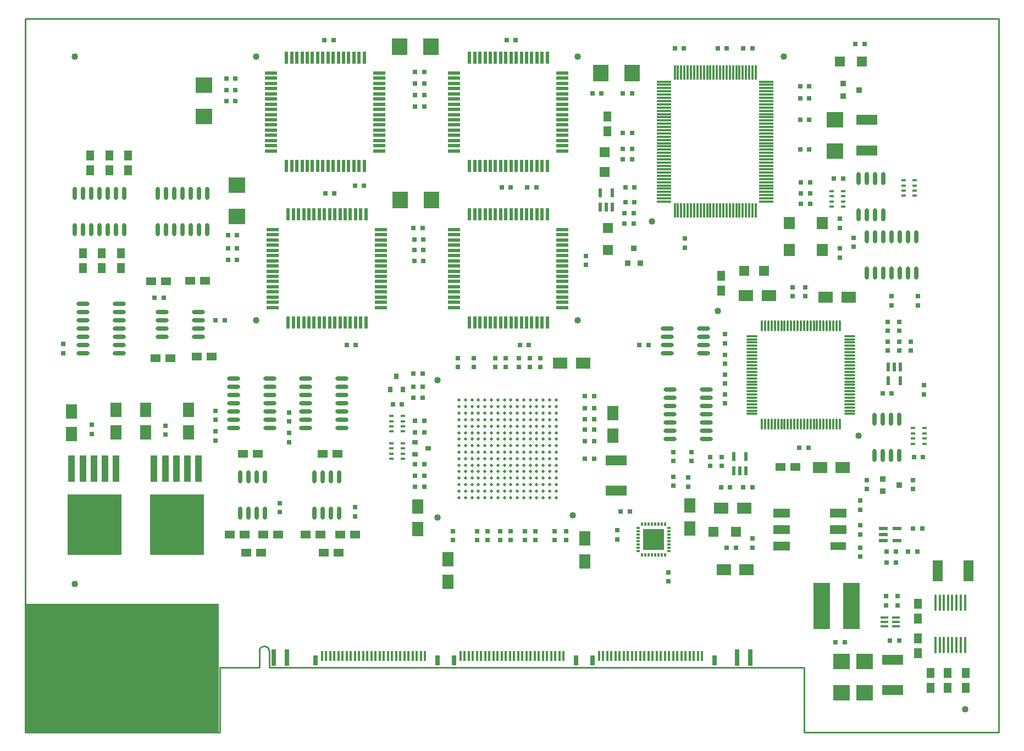
<source format=gtp>
%FSLAX23Y23*%
%MOIN*%
G70*
G01*
G75*
G04 Layer_Color=8421504*
%ADD10C,0.040*%
%ADD11R,0.030X0.030*%
%ADD12R,0.037X0.035*%
%ADD13R,0.037X0.035*%
%ADD14R,0.075X0.020*%
%ADD15R,0.020X0.075*%
%ADD16R,0.330X0.370*%
%ADD17R,0.040X0.160*%
%ADD18R,0.090X0.012*%
%ADD19R,0.012X0.090*%
%ADD20R,0.031X0.060*%
%ADD21R,0.014X0.060*%
%ADD22R,0.030X0.100*%
%ADD23O,0.080X0.024*%
%ADD24O,0.024X0.080*%
%ADD25R,0.070X0.078*%
%ADD26R,0.063X0.063*%
%ADD27R,0.035X0.037*%
%ADD28R,0.035X0.037*%
%ADD29R,0.015X0.100*%
%ADD30O,0.015X0.100*%
%ADD31R,0.098X0.051*%
%ADD32R,0.100X0.052*%
%ADD33R,0.128X0.128*%
%ADD34R,0.020X0.012*%
%ADD35R,0.012X0.020*%
%ADD36R,0.085X0.071*%
%ADD37R,0.071X0.085*%
%ADD38R,0.030X0.030*%
%ADD39R,0.125X0.060*%
%ADD40R,0.030X0.037*%
%ADD41R,0.060X0.050*%
%ADD42R,0.037X0.030*%
%ADD43R,0.050X0.060*%
%ADD44R,0.100X0.095*%
%ADD45R,0.060X0.060*%
%ADD46R,0.060X0.125*%
%ADD47R,0.028X0.017*%
%ADD48R,0.095X0.100*%
%ADD49R,0.063X0.063*%
%ADD50R,0.060X0.060*%
%ADD51O,0.071X0.012*%
%ADD52O,0.012X0.071*%
%ADD53R,0.100X0.280*%
%ADD54R,0.045X0.014*%
%ADD55R,0.057X0.022*%
%ADD56R,0.057X0.022*%
%ADD57R,0.022X0.057*%
%ADD58R,0.022X0.057*%
%ADD59C,0.019*%
%ADD60R,1.170X0.780*%
%ADD61C,0.006*%
%ADD62C,0.008*%
%ADD63C,0.020*%
%ADD64C,0.010*%
%ADD65C,0.015*%
%ADD66C,0.050*%
%ADD67C,0.062*%
%ADD68R,0.062X0.062*%
%ADD69C,0.128*%
%ADD70C,0.236*%
%ADD71C,0.025*%
%ADD72C,0.020*%
%ADD73C,0.040*%
G04:AMPARAMS|DCode=74|XSize=85mil|YSize=85mil|CornerRadius=0mil|HoleSize=0mil|Usage=FLASHONLY|Rotation=0.000|XOffset=0mil|YOffset=0mil|HoleType=Round|Shape=Relief|Width=10mil|Gap=10mil|Entries=4|*
%AMTHD74*
7,0,0,0.085,0.065,0.010,45*
%
%ADD74THD74*%
%ADD75C,0.082*%
%ADD76C,0.132*%
G04:AMPARAMS|DCode=77|XSize=102mil|YSize=102mil|CornerRadius=0mil|HoleSize=0mil|Usage=FLASHONLY|Rotation=0.000|XOffset=0mil|YOffset=0mil|HoleType=Round|Shape=Relief|Width=10mil|Gap=10mil|Entries=4|*
%AMTHD77*
7,0,0,0.102,0.082,0.010,45*
%
%ADD77THD77*%
%ADD78C,0.065*%
G04:AMPARAMS|DCode=79|XSize=178mil|YSize=178mil|CornerRadius=0mil|HoleSize=0mil|Usage=FLASHONLY|Rotation=0.000|XOffset=0mil|YOffset=0mil|HoleType=Round|Shape=Relief|Width=10mil|Gap=10mil|Entries=4|*
%AMTHD79*
7,0,0,0.178,0.158,0.010,45*
%
%ADD79THD79*%
G04:AMPARAMS|DCode=80|XSize=96mil|YSize=96mil|CornerRadius=0mil|HoleSize=0mil|Usage=FLASHONLY|Rotation=0.000|XOffset=0mil|YOffset=0mil|HoleType=Round|Shape=Relief|Width=10mil|Gap=10mil|Entries=4|*
%AMTHD80*
7,0,0,0.096,0.076,0.010,45*
%
%ADD80THD80*%
%ADD81C,0.035*%
%ADD82C,0.030*%
%ADD83C,0.158*%
%ADD84C,0.076*%
%ADD85R,0.016X0.085*%
%ADD86R,0.707X0.020*%
%ADD87C,0.009*%
%ADD88C,0.010*%
%ADD89C,0.012*%
%ADD90C,0.024*%
%ADD91C,0.004*%
%ADD92C,0.008*%
%ADD93C,0.005*%
%ADD94R,0.350X0.200*%
D10*
X5700Y140D02*
D03*
X300Y900D02*
D03*
X1400Y4100D02*
D03*
X3350D02*
D03*
X1400Y2500D02*
D03*
X3350D02*
D03*
X3800Y3100D02*
D03*
X4600Y4100D02*
D03*
X300D02*
D03*
X2500Y1302D02*
D03*
X3320Y1316D02*
D03*
X2500Y2135D02*
D03*
X5055Y1800D02*
D03*
X4200Y2555D02*
D03*
D11*
X5280Y1030D02*
D03*
X5225D02*
D03*
X2420Y1490D02*
D03*
X2365D02*
D03*
X2410Y2030D02*
D03*
X2355D02*
D03*
X2410Y2175D02*
D03*
X2355D02*
D03*
X3450Y1835D02*
D03*
X3395D02*
D03*
X3450Y1660D02*
D03*
X3395D02*
D03*
X2365Y1555D02*
D03*
X2420D02*
D03*
X2365Y1890D02*
D03*
X2420D02*
D03*
X3395Y1765D02*
D03*
X3450D02*
D03*
X3395Y1900D02*
D03*
X3450D02*
D03*
X3395Y1965D02*
D03*
X3450D02*
D03*
X2285Y1990D02*
D03*
X2230D02*
D03*
X2410Y2095D02*
D03*
X2355D02*
D03*
X3395Y2040D02*
D03*
X3450D02*
D03*
X840Y2635D02*
D03*
X785D02*
D03*
X1210Y2500D02*
D03*
X1155D02*
D03*
X2420Y1820D02*
D03*
X2365D02*
D03*
X2420Y1625D02*
D03*
X2365D02*
D03*
X3780Y2350D02*
D03*
X3725D02*
D03*
X4970Y545D02*
D03*
X4915D02*
D03*
X3612Y1341D02*
D03*
X3667D02*
D03*
X5300Y555D02*
D03*
X5245D02*
D03*
X5385Y1235D02*
D03*
X5440D02*
D03*
X4255Y1120D02*
D03*
X4310D02*
D03*
X5410Y1095D02*
D03*
X5355D02*
D03*
X5280D02*
D03*
X5225D02*
D03*
X4410Y1485D02*
D03*
X4355D02*
D03*
X4220Y1485D02*
D03*
X4275D02*
D03*
X1230Y3015D02*
D03*
X1285D02*
D03*
X2410Y3060D02*
D03*
X2355D02*
D03*
X4960Y3360D02*
D03*
X4905D02*
D03*
X5035Y4175D02*
D03*
X5090D02*
D03*
X4700Y3845D02*
D03*
X4755D02*
D03*
X1230Y2935D02*
D03*
X1285D02*
D03*
X1230Y2865D02*
D03*
X1285D02*
D03*
X2005Y2350D02*
D03*
X1950D02*
D03*
X2415Y2860D02*
D03*
X2360D02*
D03*
X1820Y3270D02*
D03*
X1875D02*
D03*
X2360Y2925D02*
D03*
X2415D02*
D03*
X2360Y2990D02*
D03*
X2415D02*
D03*
X3000Y2350D02*
D03*
X3055D02*
D03*
X2890Y3305D02*
D03*
X2945D02*
D03*
X3625Y3475D02*
D03*
X3680D02*
D03*
Y3540D02*
D03*
X3625D02*
D03*
X4695Y1725D02*
D03*
X4750D02*
D03*
X4760Y3335D02*
D03*
X4705D02*
D03*
X3640Y3215D02*
D03*
X3695D02*
D03*
X1275Y3965D02*
D03*
X1220D02*
D03*
X2365Y4005D02*
D03*
X2420D02*
D03*
X3690Y3150D02*
D03*
X3635D02*
D03*
X4755Y3920D02*
D03*
X4700D02*
D03*
X3635Y3085D02*
D03*
X3690D02*
D03*
X4700Y3535D02*
D03*
X4755D02*
D03*
X5390Y1670D02*
D03*
X5445D02*
D03*
X4705Y3205D02*
D03*
X4760D02*
D03*
X5200Y2055D02*
D03*
X5255D02*
D03*
X1220Y3895D02*
D03*
X1275D02*
D03*
X1220Y3830D02*
D03*
X1275D02*
D03*
X2055Y3315D02*
D03*
X2000D02*
D03*
X2420Y3795D02*
D03*
X2365D02*
D03*
X1815Y4200D02*
D03*
X1870D02*
D03*
X2365Y3865D02*
D03*
X2420D02*
D03*
X2365Y3935D02*
D03*
X2420D02*
D03*
X2920Y4200D02*
D03*
X2975D02*
D03*
X3495Y3875D02*
D03*
X3440D02*
D03*
X3045Y3305D02*
D03*
X3100D02*
D03*
X3995Y4150D02*
D03*
X3940D02*
D03*
X3625Y3875D02*
D03*
X3680D02*
D03*
X3625Y3635D02*
D03*
X3680D02*
D03*
X3640Y3305D02*
D03*
X3695D02*
D03*
X4760Y3270D02*
D03*
X4705D02*
D03*
X4755Y3715D02*
D03*
X4700D02*
D03*
X4410Y4150D02*
D03*
X4355D02*
D03*
X4200Y4150D02*
D03*
X4255D02*
D03*
D12*
X5201Y1537D02*
D03*
X5299Y1500D02*
D03*
X5058Y3898D02*
D03*
X4960Y3935D02*
D03*
D13*
X5201Y1463D02*
D03*
X4960Y3860D02*
D03*
D14*
X2148Y4000D02*
D03*
Y3969D02*
D03*
X1490Y3811D02*
D03*
Y3843D02*
D03*
X2148Y3906D02*
D03*
Y3874D02*
D03*
Y3811D02*
D03*
Y3780D02*
D03*
Y3748D02*
D03*
Y3685D02*
D03*
Y3654D02*
D03*
Y3622D02*
D03*
Y3591D02*
D03*
Y3559D02*
D03*
X1490Y3937D02*
D03*
X2148Y3528D02*
D03*
Y3717D02*
D03*
Y3937D02*
D03*
X1490Y3874D02*
D03*
Y3969D02*
D03*
Y3780D02*
D03*
Y3748D02*
D03*
Y3717D02*
D03*
Y3685D02*
D03*
Y3654D02*
D03*
Y3622D02*
D03*
Y3591D02*
D03*
Y3559D02*
D03*
Y3528D02*
D03*
Y4000D02*
D03*
Y3906D02*
D03*
X2148Y3843D02*
D03*
X2158Y3050D02*
D03*
Y3019D02*
D03*
X1500Y2861D02*
D03*
Y2893D02*
D03*
X2158Y2956D02*
D03*
Y2924D02*
D03*
Y2861D02*
D03*
Y2830D02*
D03*
Y2798D02*
D03*
Y2735D02*
D03*
Y2704D02*
D03*
Y2672D02*
D03*
Y2641D02*
D03*
Y2609D02*
D03*
X1500Y2987D02*
D03*
X2158Y2578D02*
D03*
Y2767D02*
D03*
Y2987D02*
D03*
X1500Y2924D02*
D03*
Y3019D02*
D03*
Y2830D02*
D03*
Y2798D02*
D03*
Y2767D02*
D03*
Y2735D02*
D03*
Y2704D02*
D03*
Y2672D02*
D03*
Y2641D02*
D03*
Y2609D02*
D03*
Y2578D02*
D03*
Y3050D02*
D03*
Y2956D02*
D03*
X2158Y2893D02*
D03*
X3258Y3050D02*
D03*
Y3019D02*
D03*
X2600Y2861D02*
D03*
Y2893D02*
D03*
X3258Y2956D02*
D03*
Y2924D02*
D03*
Y2861D02*
D03*
Y2830D02*
D03*
Y2798D02*
D03*
Y2735D02*
D03*
Y2704D02*
D03*
Y2672D02*
D03*
Y2641D02*
D03*
Y2609D02*
D03*
X2600Y2987D02*
D03*
X3258Y2578D02*
D03*
Y2767D02*
D03*
Y2987D02*
D03*
X2600Y2924D02*
D03*
Y3019D02*
D03*
Y2830D02*
D03*
Y2798D02*
D03*
Y2767D02*
D03*
Y2735D02*
D03*
Y2704D02*
D03*
Y2672D02*
D03*
Y2641D02*
D03*
Y2609D02*
D03*
Y2578D02*
D03*
Y3050D02*
D03*
Y2956D02*
D03*
X3258Y2893D02*
D03*
Y4000D02*
D03*
Y3969D02*
D03*
X2600Y3811D02*
D03*
Y3843D02*
D03*
X3258Y3906D02*
D03*
Y3874D02*
D03*
Y3811D02*
D03*
Y3780D02*
D03*
Y3748D02*
D03*
Y3685D02*
D03*
Y3654D02*
D03*
Y3622D02*
D03*
Y3591D02*
D03*
Y3559D02*
D03*
X2600Y3937D02*
D03*
X3258Y3528D02*
D03*
Y3717D02*
D03*
Y3937D02*
D03*
X2600Y3874D02*
D03*
Y3969D02*
D03*
Y3780D02*
D03*
Y3748D02*
D03*
Y3717D02*
D03*
Y3685D02*
D03*
Y3654D02*
D03*
Y3622D02*
D03*
Y3591D02*
D03*
Y3559D02*
D03*
Y3528D02*
D03*
Y4000D02*
D03*
Y3906D02*
D03*
X3258Y3843D02*
D03*
D15*
X1836Y4093D02*
D03*
X2057Y3436D02*
D03*
X2025D02*
D03*
X1962D02*
D03*
X1931D02*
D03*
X1868D02*
D03*
X1836D02*
D03*
X1647Y4093D02*
D03*
X1805Y3436D02*
D03*
X1899D02*
D03*
X2057Y4093D02*
D03*
X1742D02*
D03*
X1710D02*
D03*
X2025D02*
D03*
X1616D02*
D03*
X1679D02*
D03*
X1584Y3436D02*
D03*
X1616D02*
D03*
X1647D02*
D03*
X1679D02*
D03*
X1710D02*
D03*
X1742D02*
D03*
X1773D02*
D03*
X1899Y4093D02*
D03*
X1805D02*
D03*
X1931D02*
D03*
X1773D02*
D03*
X1962D02*
D03*
X1994D02*
D03*
X1584D02*
D03*
X1994Y3436D02*
D03*
X1868Y4093D02*
D03*
X1846Y3143D02*
D03*
X2067Y2486D02*
D03*
X2035D02*
D03*
X1972D02*
D03*
X1941D02*
D03*
X1878D02*
D03*
X1846D02*
D03*
X1657Y3143D02*
D03*
X1815Y2486D02*
D03*
X1909D02*
D03*
X2067Y3143D02*
D03*
X1752D02*
D03*
X1720D02*
D03*
X2035D02*
D03*
X1626D02*
D03*
X1689D02*
D03*
X1594Y2486D02*
D03*
X1626D02*
D03*
X1657D02*
D03*
X1689D02*
D03*
X1720D02*
D03*
X1752D02*
D03*
X1783D02*
D03*
X1909Y3143D02*
D03*
X1815D02*
D03*
X1941D02*
D03*
X1783D02*
D03*
X1972D02*
D03*
X2004D02*
D03*
X1594D02*
D03*
X2004Y2486D02*
D03*
X1878Y3143D02*
D03*
X2946D02*
D03*
X3167Y2486D02*
D03*
X3135D02*
D03*
X3072D02*
D03*
X3041D02*
D03*
X2978D02*
D03*
X2946D02*
D03*
X2757Y3143D02*
D03*
X2915Y2486D02*
D03*
X3009D02*
D03*
X3167Y3143D02*
D03*
X2852D02*
D03*
X2820D02*
D03*
X3135D02*
D03*
X2726D02*
D03*
X2789D02*
D03*
X2694Y2486D02*
D03*
X2726D02*
D03*
X2757D02*
D03*
X2789D02*
D03*
X2820D02*
D03*
X2852D02*
D03*
X2883D02*
D03*
X3009Y3143D02*
D03*
X2915D02*
D03*
X3041D02*
D03*
X2883D02*
D03*
X3072D02*
D03*
X3104D02*
D03*
X2694D02*
D03*
X3104Y2486D02*
D03*
X2978Y3143D02*
D03*
X2946Y4093D02*
D03*
X3167Y3436D02*
D03*
X3135D02*
D03*
X3072D02*
D03*
X3041D02*
D03*
X2978D02*
D03*
X2946D02*
D03*
X2757Y4093D02*
D03*
X2915Y3436D02*
D03*
X3009D02*
D03*
X3167Y4093D02*
D03*
X2852D02*
D03*
X2820D02*
D03*
X3135D02*
D03*
X2726D02*
D03*
X2789D02*
D03*
X2694Y3436D02*
D03*
X2726D02*
D03*
X2757D02*
D03*
X2789D02*
D03*
X2820D02*
D03*
X2852D02*
D03*
X2883D02*
D03*
X3009Y4093D02*
D03*
X2915D02*
D03*
X3041D02*
D03*
X2883D02*
D03*
X3072D02*
D03*
X3104D02*
D03*
X2694D02*
D03*
X3104Y3436D02*
D03*
X2978Y4093D02*
D03*
D16*
X920Y1260D02*
D03*
X420D02*
D03*
D17*
X849Y1600D02*
D03*
X782D02*
D03*
X916D02*
D03*
X1050D02*
D03*
X983D02*
D03*
X483D02*
D03*
X550D02*
D03*
X416D02*
D03*
X282D02*
D03*
X349D02*
D03*
D18*
X4495Y3220D02*
D03*
Y3279D02*
D03*
Y3318D02*
D03*
Y3338D02*
D03*
Y3358D02*
D03*
Y3377D02*
D03*
Y3417D02*
D03*
Y3476D02*
D03*
Y3496D02*
D03*
Y3515D02*
D03*
Y3771D02*
D03*
Y3791D02*
D03*
Y3811D02*
D03*
Y3870D02*
D03*
Y3948D02*
D03*
X3874Y3929D02*
D03*
Y3870D02*
D03*
Y3437D02*
D03*
Y3299D02*
D03*
Y3909D02*
D03*
Y3377D02*
D03*
Y3358D02*
D03*
Y3338D02*
D03*
Y3318D02*
D03*
X4495Y3614D02*
D03*
Y3633D02*
D03*
Y3653D02*
D03*
Y3673D02*
D03*
Y3692D02*
D03*
X3874Y3220D02*
D03*
X4495Y3437D02*
D03*
X3874Y3614D02*
D03*
Y3535D02*
D03*
Y3515D02*
D03*
Y3496D02*
D03*
Y3555D02*
D03*
Y3850D02*
D03*
Y3830D02*
D03*
X4495Y3456D02*
D03*
Y3594D02*
D03*
Y3732D02*
D03*
Y3259D02*
D03*
X3874Y3948D02*
D03*
Y3653D02*
D03*
Y3397D02*
D03*
X4495Y3751D02*
D03*
X3874Y3594D02*
D03*
X4495Y3397D02*
D03*
X3874Y3417D02*
D03*
X4495Y3889D02*
D03*
X3874Y3240D02*
D03*
Y3574D02*
D03*
Y3476D02*
D03*
Y3456D02*
D03*
X4495Y3830D02*
D03*
Y3850D02*
D03*
X3874Y3811D02*
D03*
Y3791D02*
D03*
Y3771D02*
D03*
Y3751D02*
D03*
Y3732D02*
D03*
Y3712D02*
D03*
Y3692D02*
D03*
Y3673D02*
D03*
X4495Y3909D02*
D03*
Y3929D02*
D03*
Y3299D02*
D03*
Y3555D02*
D03*
Y3574D02*
D03*
X3874Y3259D02*
D03*
X4495Y3535D02*
D03*
Y3240D02*
D03*
Y3712D02*
D03*
X3874Y3889D02*
D03*
Y3633D02*
D03*
Y3279D02*
D03*
D19*
X4372Y4004D02*
D03*
X4214Y3166D02*
D03*
X4234D02*
D03*
X4254D02*
D03*
X4273D02*
D03*
X4391D02*
D03*
X4411D02*
D03*
X4431D02*
D03*
X4332Y4004D02*
D03*
X4313D02*
D03*
X4293D02*
D03*
X4273D02*
D03*
X4136D02*
D03*
X4116D02*
D03*
X4096D02*
D03*
X4076D02*
D03*
X3939Y3166D02*
D03*
X3958D02*
D03*
X3978D02*
D03*
X4293D02*
D03*
X4313D02*
D03*
X4332D02*
D03*
X4352D02*
D03*
X4116D02*
D03*
X4037Y4004D02*
D03*
X4017D02*
D03*
X3998D02*
D03*
X3978D02*
D03*
X3958D02*
D03*
X4195Y3166D02*
D03*
X4372D02*
D03*
X4234Y4004D02*
D03*
X4057D02*
D03*
X4136Y3166D02*
D03*
X3998D02*
D03*
X4037D02*
D03*
X4096D02*
D03*
X4076D02*
D03*
X4431Y4004D02*
D03*
X4155Y3166D02*
D03*
X4411Y4004D02*
D03*
X4155D02*
D03*
X4195D02*
D03*
X4175D02*
D03*
X4214D02*
D03*
X4017Y3166D02*
D03*
X4352Y4004D02*
D03*
X4254D02*
D03*
X3939D02*
D03*
X4175Y3166D02*
D03*
X4391Y4004D02*
D03*
X4057Y3166D02*
D03*
D20*
X3442Y435D02*
D03*
X4182D02*
D03*
X3342D02*
D03*
X2602D02*
D03*
X2502D02*
D03*
X1762D02*
D03*
D21*
X4105Y463D02*
D03*
X4080D02*
D03*
X4055D02*
D03*
X4030D02*
D03*
X4005D02*
D03*
X3980D02*
D03*
X3955D02*
D03*
X3930D02*
D03*
X3905D02*
D03*
X3880D02*
D03*
X3855D02*
D03*
X3830D02*
D03*
X3805D02*
D03*
X3780D02*
D03*
X3755D02*
D03*
X3730D02*
D03*
X3705D02*
D03*
X3680D02*
D03*
X3655D02*
D03*
X3630D02*
D03*
X3605D02*
D03*
X3580D02*
D03*
X3555D02*
D03*
X3530D02*
D03*
X3505D02*
D03*
X3480D02*
D03*
X3265Y462D02*
D03*
X3240D02*
D03*
X3215D02*
D03*
X3190D02*
D03*
X3165D02*
D03*
X3140D02*
D03*
X3115D02*
D03*
X3090D02*
D03*
X3065D02*
D03*
X3040D02*
D03*
X3015D02*
D03*
X2990D02*
D03*
X2965D02*
D03*
X2940D02*
D03*
X2915D02*
D03*
X2890D02*
D03*
X2865D02*
D03*
X2840D02*
D03*
X2815D02*
D03*
X2790D02*
D03*
X2765D02*
D03*
X2740D02*
D03*
X2715D02*
D03*
X2690D02*
D03*
X2665D02*
D03*
X2640D02*
D03*
X2425D02*
D03*
X2400D02*
D03*
X2375D02*
D03*
X2350D02*
D03*
X2325D02*
D03*
X2300D02*
D03*
X2275D02*
D03*
X2250D02*
D03*
X2225D02*
D03*
X2200D02*
D03*
X2175D02*
D03*
X2150D02*
D03*
X2125D02*
D03*
X2100D02*
D03*
X2075D02*
D03*
X2050D02*
D03*
X2025D02*
D03*
X2000D02*
D03*
X1975D02*
D03*
X1950D02*
D03*
X1925D02*
D03*
X1900D02*
D03*
X1875D02*
D03*
X1850D02*
D03*
X1825D02*
D03*
X1800D02*
D03*
D22*
X1508Y453D02*
D03*
X1587D02*
D03*
X4318Y453D02*
D03*
X4397D02*
D03*
D23*
X1921Y1895D02*
D03*
Y2045D02*
D03*
X1701Y2145D02*
D03*
Y1995D02*
D03*
X1921Y1945D02*
D03*
Y1845D02*
D03*
X1701Y2045D02*
D03*
Y1895D02*
D03*
X1921Y1995D02*
D03*
Y2145D02*
D03*
X1701Y2095D02*
D03*
Y1945D02*
D03*
X1921Y2095D02*
D03*
X1701Y1845D02*
D03*
X4130Y1830D02*
D03*
Y1980D02*
D03*
X3910Y2080D02*
D03*
Y1930D02*
D03*
X4130Y1880D02*
D03*
Y1780D02*
D03*
X3910Y1980D02*
D03*
Y1830D02*
D03*
X4130Y1930D02*
D03*
Y2080D02*
D03*
X3910Y2030D02*
D03*
Y1880D02*
D03*
X4130Y2030D02*
D03*
X3910Y1780D02*
D03*
X570Y2350D02*
D03*
Y2500D02*
D03*
X350Y2600D02*
D03*
Y2450D02*
D03*
X570Y2400D02*
D03*
Y2300D02*
D03*
X350Y2500D02*
D03*
Y2350D02*
D03*
X570Y2450D02*
D03*
Y2600D02*
D03*
X350Y2550D02*
D03*
Y2400D02*
D03*
X570Y2550D02*
D03*
X350Y2300D02*
D03*
X1485Y1895D02*
D03*
Y2045D02*
D03*
X1265Y2145D02*
D03*
Y1995D02*
D03*
X1485Y1945D02*
D03*
Y1845D02*
D03*
X1265Y2045D02*
D03*
Y1895D02*
D03*
X1485Y1995D02*
D03*
Y2145D02*
D03*
X1265Y2095D02*
D03*
Y1945D02*
D03*
X1485Y2095D02*
D03*
X1265Y1845D02*
D03*
X4115Y2350D02*
D03*
Y2450D02*
D03*
X3895Y2400D02*
D03*
X4115D02*
D03*
Y2300D02*
D03*
X3895Y2350D02*
D03*
Y2450D02*
D03*
Y2300D02*
D03*
X1050Y2450D02*
D03*
Y2550D02*
D03*
X830Y2500D02*
D03*
X1050D02*
D03*
Y2400D02*
D03*
X830Y2450D02*
D03*
Y2400D02*
D03*
Y2550D02*
D03*
D24*
X855Y3050D02*
D03*
X1005D02*
D03*
X1105Y3270D02*
D03*
X955D02*
D03*
X905Y3050D02*
D03*
X805D02*
D03*
X1005Y3270D02*
D03*
X855D02*
D03*
X955Y3050D02*
D03*
X1105D02*
D03*
X1055Y3270D02*
D03*
X905D02*
D03*
X1055Y3050D02*
D03*
X805Y3270D02*
D03*
X1405Y1550D02*
D03*
X1305D02*
D03*
X1355Y1330D02*
D03*
Y1550D02*
D03*
X1455D02*
D03*
X1405Y1330D02*
D03*
X1305D02*
D03*
X1455D02*
D03*
X1855Y1550D02*
D03*
X1755D02*
D03*
X1805Y1330D02*
D03*
Y1550D02*
D03*
X1905D02*
D03*
X1855Y1330D02*
D03*
X1755D02*
D03*
X1905D02*
D03*
X350Y3050D02*
D03*
X500D02*
D03*
X600Y3270D02*
D03*
X450D02*
D03*
X400Y3050D02*
D03*
X300D02*
D03*
X500Y3270D02*
D03*
X350D02*
D03*
X450Y3050D02*
D03*
X600D02*
D03*
X550Y3270D02*
D03*
X400D02*
D03*
X550Y3050D02*
D03*
X300Y3270D02*
D03*
X5105Y3005D02*
D03*
X5355Y2785D02*
D03*
X5205Y3005D02*
D03*
X5355D02*
D03*
X5405Y2785D02*
D03*
X5255D02*
D03*
X5155Y3005D02*
D03*
X5305D02*
D03*
X5105Y2785D02*
D03*
X5205D02*
D03*
X5255Y3005D02*
D03*
X5405D02*
D03*
X5305Y2785D02*
D03*
X5155D02*
D03*
X5055Y3360D02*
D03*
X5205Y3140D02*
D03*
Y3360D02*
D03*
X5155Y3140D02*
D03*
X5055D02*
D03*
X5105Y3360D02*
D03*
X5155D02*
D03*
X5105Y3140D02*
D03*
X5300Y1680D02*
D03*
X5150Y1900D02*
D03*
Y1680D02*
D03*
X5200Y1900D02*
D03*
X5300D02*
D03*
X5250Y1680D02*
D03*
X5200D02*
D03*
X5250Y1900D02*
D03*
D25*
X4635Y3090D02*
D03*
Y2925D02*
D03*
X4835D02*
D03*
Y3090D02*
D03*
D26*
X3515Y3400D02*
D03*
Y3520D02*
D03*
D27*
X3655Y2845D02*
D03*
X3692Y2938D02*
D03*
D28*
X3730Y2845D02*
D03*
D29*
X5520Y530D02*
D03*
D30*
X5674Y785D02*
D03*
X5571D02*
D03*
X5546Y530D02*
D03*
X5597D02*
D03*
X5674D02*
D03*
X5571D02*
D03*
X5622D02*
D03*
X5648D02*
D03*
X5699Y785D02*
D03*
X5597D02*
D03*
X5648D02*
D03*
X5699Y530D02*
D03*
X5622Y785D02*
D03*
X5546D02*
D03*
X5520D02*
D03*
D31*
X4930Y1130D02*
D03*
D32*
Y1230D02*
D03*
Y1330D02*
D03*
X4587D02*
D03*
Y1230D02*
D03*
Y1130D02*
D03*
D33*
X3810Y1170D02*
D03*
D34*
X3717Y1239D02*
D03*
Y1219D02*
D03*
Y1200D02*
D03*
Y1180D02*
D03*
Y1160D02*
D03*
Y1140D02*
D03*
Y1121D02*
D03*
Y1101D02*
D03*
X3903Y1239D02*
D03*
Y1219D02*
D03*
Y1200D02*
D03*
Y1180D02*
D03*
Y1160D02*
D03*
Y1140D02*
D03*
Y1121D02*
D03*
Y1101D02*
D03*
D35*
X3741Y1077D02*
D03*
X3761D02*
D03*
X3780D02*
D03*
X3800D02*
D03*
X3820D02*
D03*
X3840D02*
D03*
X3859D02*
D03*
X3879D02*
D03*
X3741Y1263D02*
D03*
X3761D02*
D03*
X3780D02*
D03*
X3800D02*
D03*
X3820D02*
D03*
X3840D02*
D03*
X3859D02*
D03*
X3879D02*
D03*
D36*
X3245Y2240D02*
D03*
X3383D02*
D03*
X4375Y985D02*
D03*
X4237D02*
D03*
X4360Y1360D02*
D03*
X4222D02*
D03*
X4510Y2650D02*
D03*
X4372D02*
D03*
X4820Y1605D02*
D03*
X4958D02*
D03*
X4855Y2640D02*
D03*
X4993D02*
D03*
D37*
X2565Y1050D02*
D03*
Y912D02*
D03*
X3395Y1175D02*
D03*
Y1037D02*
D03*
X2380Y1370D02*
D03*
Y1232D02*
D03*
X3565Y1800D02*
D03*
Y1938D02*
D03*
X4030Y1375D02*
D03*
Y1237D02*
D03*
X730Y1820D02*
D03*
Y1958D02*
D03*
X990Y1820D02*
D03*
Y1958D02*
D03*
X280Y1810D02*
D03*
Y1948D02*
D03*
X550Y1820D02*
D03*
Y1958D02*
D03*
D38*
X2595Y1220D02*
D03*
Y1165D02*
D03*
X2740Y1220D02*
D03*
Y1165D02*
D03*
X2805Y1220D02*
D03*
Y1165D02*
D03*
X3030Y1220D02*
D03*
Y1165D02*
D03*
X3095Y1220D02*
D03*
Y1165D02*
D03*
X3280Y1220D02*
D03*
Y1165D02*
D03*
X3210Y1220D02*
D03*
Y1165D02*
D03*
X3060Y2215D02*
D03*
Y2270D02*
D03*
X3125Y2215D02*
D03*
Y2270D02*
D03*
X2915Y2215D02*
D03*
Y2270D02*
D03*
X2720Y2215D02*
D03*
Y2270D02*
D03*
X2625Y2215D02*
D03*
Y2270D02*
D03*
X2850Y2215D02*
D03*
Y2270D02*
D03*
X2945Y1165D02*
D03*
Y1220D02*
D03*
X2880Y1165D02*
D03*
Y1220D02*
D03*
X3930Y1700D02*
D03*
Y1645D02*
D03*
X1600Y1760D02*
D03*
Y1815D02*
D03*
X1155Y1770D02*
D03*
Y1825D02*
D03*
X1600Y1940D02*
D03*
Y1885D02*
D03*
X4040Y1700D02*
D03*
Y1645D02*
D03*
X5450Y2050D02*
D03*
Y2105D02*
D03*
X2995Y2215D02*
D03*
Y2270D02*
D03*
X2000Y1310D02*
D03*
Y1365D02*
D03*
X4245Y2360D02*
D03*
Y2415D02*
D03*
X5415Y2590D02*
D03*
Y2645D02*
D03*
X1545Y1335D02*
D03*
Y1390D02*
D03*
X230Y2300D02*
D03*
Y2355D02*
D03*
X1155Y1895D02*
D03*
Y1950D02*
D03*
X3900Y915D02*
D03*
Y970D02*
D03*
X850Y1860D02*
D03*
Y1805D02*
D03*
X405Y1865D02*
D03*
Y1810D02*
D03*
X3590Y1170D02*
D03*
Y1225D02*
D03*
X5065Y1200D02*
D03*
Y1255D02*
D03*
Y1065D02*
D03*
Y1120D02*
D03*
X5290Y770D02*
D03*
Y825D02*
D03*
X5220Y770D02*
D03*
Y825D02*
D03*
X5065Y1405D02*
D03*
Y1350D02*
D03*
X4410Y1120D02*
D03*
Y1175D02*
D03*
X5025Y3000D02*
D03*
Y2945D02*
D03*
X4155Y1670D02*
D03*
Y1615D02*
D03*
X4225Y1670D02*
D03*
Y1615D02*
D03*
X5385Y1475D02*
D03*
Y1530D02*
D03*
X5105D02*
D03*
Y1475D02*
D03*
X4245Y2170D02*
D03*
Y2115D02*
D03*
Y2050D02*
D03*
Y1995D02*
D03*
X5255Y2645D02*
D03*
Y2590D02*
D03*
X4245Y2235D02*
D03*
Y2290D02*
D03*
X5300Y2490D02*
D03*
Y2435D02*
D03*
X3930Y1495D02*
D03*
Y1550D02*
D03*
X5230Y2435D02*
D03*
Y2490D02*
D03*
X4020Y1545D02*
D03*
Y1490D02*
D03*
X3400Y2835D02*
D03*
Y2890D02*
D03*
X4655Y2700D02*
D03*
Y2645D02*
D03*
X4730D02*
D03*
Y2700D02*
D03*
X5300Y2370D02*
D03*
Y2315D02*
D03*
X5230D02*
D03*
Y2370D02*
D03*
X4940Y3060D02*
D03*
Y3115D02*
D03*
X4940Y2935D02*
D03*
Y2880D02*
D03*
X5370Y2315D02*
D03*
Y2370D02*
D03*
X4000Y2940D02*
D03*
Y2995D02*
D03*
D39*
X3585Y1650D02*
D03*
Y1465D02*
D03*
X5260Y255D02*
D03*
Y440D02*
D03*
X5105Y3715D02*
D03*
Y3530D02*
D03*
D40*
X2252Y2159D02*
D03*
X2290Y2080D02*
D03*
X2215Y2080D02*
D03*
D41*
X1000Y2740D02*
D03*
X1090D02*
D03*
X855Y2735D02*
D03*
X765D02*
D03*
X880Y2270D02*
D03*
X790D02*
D03*
X1130Y2280D02*
D03*
X1040D02*
D03*
X1910Y1200D02*
D03*
X2000D02*
D03*
X1895Y1690D02*
D03*
X1805D02*
D03*
X1700Y1200D02*
D03*
X1790D02*
D03*
X1900Y1090D02*
D03*
X1810D02*
D03*
X1445Y1200D02*
D03*
X1535D02*
D03*
X1320Y1690D02*
D03*
X1410D02*
D03*
X1240Y1200D02*
D03*
X1330D02*
D03*
X1430Y1090D02*
D03*
X1340D02*
D03*
X4670Y1610D02*
D03*
X4580D02*
D03*
D42*
X2444Y1723D02*
D03*
X2365Y1685D02*
D03*
X2365Y1760D02*
D03*
D43*
X510Y3500D02*
D03*
Y3410D02*
D03*
X395Y3500D02*
D03*
Y3410D02*
D03*
X625Y3500D02*
D03*
Y3410D02*
D03*
X580Y2815D02*
D03*
Y2905D02*
D03*
X465Y2815D02*
D03*
Y2905D02*
D03*
X350Y2815D02*
D03*
Y2905D02*
D03*
X5705Y360D02*
D03*
Y270D02*
D03*
X5415Y570D02*
D03*
Y480D02*
D03*
Y780D02*
D03*
Y690D02*
D03*
X5490Y360D02*
D03*
Y270D02*
D03*
X5595Y360D02*
D03*
Y270D02*
D03*
X3530Y3735D02*
D03*
Y3645D02*
D03*
X4220Y2770D02*
D03*
Y2680D02*
D03*
D44*
X4950Y240D02*
D03*
Y430D02*
D03*
X5090Y240D02*
D03*
Y430D02*
D03*
X1285Y3130D02*
D03*
Y3320D02*
D03*
X4910Y3715D02*
D03*
Y3525D02*
D03*
X1085Y3925D02*
D03*
Y3735D02*
D03*
D45*
X4175Y1215D02*
D03*
X4310D02*
D03*
X5075Y4070D02*
D03*
X4940D02*
D03*
D46*
X5535Y980D02*
D03*
X5720D02*
D03*
D47*
X4892Y3190D02*
D03*
Y3221D02*
D03*
Y3253D02*
D03*
Y3284D02*
D03*
X4960D02*
D03*
Y3253D02*
D03*
Y3221D02*
D03*
Y3190D02*
D03*
X5327Y3255D02*
D03*
Y3286D02*
D03*
Y3318D02*
D03*
Y3349D02*
D03*
X5395D02*
D03*
Y3318D02*
D03*
Y3286D02*
D03*
Y3255D02*
D03*
X5453Y1845D02*
D03*
Y1814D02*
D03*
Y1782D02*
D03*
Y1751D02*
D03*
X5385D02*
D03*
Y1782D02*
D03*
Y1814D02*
D03*
Y1845D02*
D03*
X2290Y1825D02*
D03*
Y1856D02*
D03*
Y1888D02*
D03*
Y1919D02*
D03*
X2222D02*
D03*
Y1888D02*
D03*
Y1856D02*
D03*
Y1825D02*
D03*
X2290Y1660D02*
D03*
Y1691D02*
D03*
Y1723D02*
D03*
Y1754D02*
D03*
X2222D02*
D03*
Y1723D02*
D03*
Y1691D02*
D03*
Y1660D02*
D03*
D48*
X2465Y3230D02*
D03*
X2275D02*
D03*
X2460Y4160D02*
D03*
X2270D02*
D03*
X3490Y4000D02*
D03*
X3680D02*
D03*
D49*
X4360Y2800D02*
D03*
X4480D02*
D03*
D50*
X3535Y3060D02*
D03*
Y2925D02*
D03*
D51*
X5001Y2404D02*
D03*
Y2365D02*
D03*
Y2345D02*
D03*
Y2325D02*
D03*
Y2306D02*
D03*
Y2286D02*
D03*
Y2266D02*
D03*
Y2246D02*
D03*
Y2227D02*
D03*
Y2207D02*
D03*
Y2187D02*
D03*
Y2168D02*
D03*
Y2148D02*
D03*
Y2128D02*
D03*
Y2109D02*
D03*
Y2089D02*
D03*
Y2069D02*
D03*
Y2050D02*
D03*
Y2030D02*
D03*
Y2010D02*
D03*
Y1991D02*
D03*
Y1971D02*
D03*
Y1951D02*
D03*
Y1932D02*
D03*
X4407D02*
D03*
Y1951D02*
D03*
Y1971D02*
D03*
Y1991D02*
D03*
Y2010D02*
D03*
Y2030D02*
D03*
Y2050D02*
D03*
Y2069D02*
D03*
Y2089D02*
D03*
Y2109D02*
D03*
Y2128D02*
D03*
Y2148D02*
D03*
Y2168D02*
D03*
Y2187D02*
D03*
Y2207D02*
D03*
Y2227D02*
D03*
Y2246D02*
D03*
Y2266D02*
D03*
Y2286D02*
D03*
Y2306D02*
D03*
Y2325D02*
D03*
Y2345D02*
D03*
Y2365D02*
D03*
Y2384D02*
D03*
Y2404D02*
D03*
X5001Y2384D02*
D03*
D52*
X4940Y1871D02*
D03*
X4920D02*
D03*
X4901D02*
D03*
X4881D02*
D03*
X4861D02*
D03*
X4842D02*
D03*
X4822D02*
D03*
X4802D02*
D03*
X4783D02*
D03*
X4763D02*
D03*
X4743D02*
D03*
X4723D02*
D03*
X4704D02*
D03*
X4684D02*
D03*
X4664D02*
D03*
X4645D02*
D03*
X4625D02*
D03*
X4605D02*
D03*
X4586D02*
D03*
X4566D02*
D03*
X4546D02*
D03*
X4527D02*
D03*
X4507D02*
D03*
X4487D02*
D03*
X4468D02*
D03*
Y2465D02*
D03*
X4487D02*
D03*
X4507D02*
D03*
X4527D02*
D03*
X4546D02*
D03*
X4566D02*
D03*
X4586D02*
D03*
X4605D02*
D03*
X4625D02*
D03*
X4645D02*
D03*
X4664D02*
D03*
X4684D02*
D03*
X4704D02*
D03*
X4723D02*
D03*
X4743D02*
D03*
X4763D02*
D03*
X4783D02*
D03*
X4802D02*
D03*
X4822D02*
D03*
X4842D02*
D03*
X4861D02*
D03*
X4881D02*
D03*
X4901D02*
D03*
X4920D02*
D03*
X4940D02*
D03*
D53*
X5011Y765D02*
D03*
X4830D02*
D03*
D54*
X5211Y696D02*
D03*
Y670D02*
D03*
Y644D02*
D03*
X5279Y670D02*
D03*
Y644D02*
D03*
X5279Y696D02*
D03*
D55*
X5203Y1237D02*
D03*
D56*
X5203Y1200D02*
D03*
Y1163D02*
D03*
X5287D02*
D03*
Y1237D02*
D03*
D57*
X5307Y2217D02*
D03*
X3488Y3188D02*
D03*
X4298Y1588D02*
D03*
D58*
X5270Y2217D02*
D03*
X5233D02*
D03*
Y2133D02*
D03*
X5307D02*
D03*
X3525Y3188D02*
D03*
X3562D02*
D03*
Y3272D02*
D03*
X3488D02*
D03*
X4335Y1588D02*
D03*
X4372D02*
D03*
Y1672D02*
D03*
X4298D02*
D03*
D59*
X3221Y1424D02*
D03*
X3181D02*
D03*
X3142D02*
D03*
X3102D02*
D03*
X3063D02*
D03*
X3024D02*
D03*
X2984D02*
D03*
X2945D02*
D03*
X2906D02*
D03*
X2866D02*
D03*
X2827D02*
D03*
X2787D02*
D03*
X2748D02*
D03*
X2709D02*
D03*
X2669D02*
D03*
X2630D02*
D03*
X3221Y1464D02*
D03*
X3181D02*
D03*
X3142D02*
D03*
X3102D02*
D03*
X3063D02*
D03*
X3024D02*
D03*
X2984D02*
D03*
X2945D02*
D03*
X2906D02*
D03*
X2866D02*
D03*
X2827D02*
D03*
X2787D02*
D03*
X2748D02*
D03*
X2709D02*
D03*
X2669D02*
D03*
X2630D02*
D03*
X3221Y1503D02*
D03*
X3181D02*
D03*
X3142D02*
D03*
X3102D02*
D03*
X3063D02*
D03*
X3024D02*
D03*
X2984D02*
D03*
X2945D02*
D03*
X2906D02*
D03*
X2866D02*
D03*
X2827D02*
D03*
X2787D02*
D03*
X2748D02*
D03*
X2709D02*
D03*
X2669D02*
D03*
X2630D02*
D03*
X3221Y1543D02*
D03*
X3181D02*
D03*
X3142D02*
D03*
X3102D02*
D03*
X3063D02*
D03*
X3024D02*
D03*
X2984D02*
D03*
X2945D02*
D03*
X2906D02*
D03*
X2866D02*
D03*
X2827D02*
D03*
X2787D02*
D03*
X2748D02*
D03*
X2709D02*
D03*
X2669D02*
D03*
X2630D02*
D03*
X3221Y1582D02*
D03*
X3181D02*
D03*
X3142D02*
D03*
X3102D02*
D03*
X3063D02*
D03*
X3024D02*
D03*
X2984D02*
D03*
X2945D02*
D03*
X2906D02*
D03*
X2866D02*
D03*
X2827D02*
D03*
X2787D02*
D03*
X2748D02*
D03*
X2709D02*
D03*
X2669D02*
D03*
X2630D02*
D03*
X3221Y1621D02*
D03*
X3181D02*
D03*
X3142D02*
D03*
X3102D02*
D03*
X3063D02*
D03*
X3024D02*
D03*
X2984D02*
D03*
X2945D02*
D03*
X2906D02*
D03*
X2866D02*
D03*
X2827D02*
D03*
X2787D02*
D03*
X2748D02*
D03*
X2709D02*
D03*
X2669D02*
D03*
X2630D02*
D03*
X3221Y1661D02*
D03*
X3181D02*
D03*
X3142D02*
D03*
X3102D02*
D03*
X3063D02*
D03*
X3024D02*
D03*
X2984D02*
D03*
X2945D02*
D03*
X2906D02*
D03*
X2866D02*
D03*
X2827D02*
D03*
X2787D02*
D03*
X2748D02*
D03*
X2709D02*
D03*
X2669D02*
D03*
X2630D02*
D03*
X3221Y1700D02*
D03*
X3181D02*
D03*
X3142D02*
D03*
X3102D02*
D03*
X3063D02*
D03*
X3024D02*
D03*
X2984D02*
D03*
X2945D02*
D03*
X2906D02*
D03*
X2866D02*
D03*
X2827D02*
D03*
X2787D02*
D03*
X2748D02*
D03*
X2709D02*
D03*
X2669D02*
D03*
X2630D02*
D03*
X3221Y1739D02*
D03*
X3181D02*
D03*
X3142D02*
D03*
X3102D02*
D03*
X3063D02*
D03*
X3024D02*
D03*
X2984D02*
D03*
X2945D02*
D03*
X2906D02*
D03*
X2866D02*
D03*
X2827D02*
D03*
X2787D02*
D03*
X2748D02*
D03*
X2709D02*
D03*
X2669D02*
D03*
X2630D02*
D03*
X3221Y1779D02*
D03*
X3181D02*
D03*
X3142D02*
D03*
X3102D02*
D03*
X3063D02*
D03*
X3024D02*
D03*
X2984D02*
D03*
X2945D02*
D03*
X2906D02*
D03*
X2866D02*
D03*
X2827D02*
D03*
X2787D02*
D03*
X2748D02*
D03*
X2709D02*
D03*
X2669D02*
D03*
X2630D02*
D03*
X3221Y1818D02*
D03*
X3181D02*
D03*
X3142D02*
D03*
X3102D02*
D03*
X3063D02*
D03*
X3024D02*
D03*
X2984D02*
D03*
X2945D02*
D03*
X2906D02*
D03*
X2866D02*
D03*
X2827D02*
D03*
X2787D02*
D03*
X2748D02*
D03*
X2709D02*
D03*
X2669D02*
D03*
X2630D02*
D03*
X3221Y1858D02*
D03*
X3181D02*
D03*
X3142D02*
D03*
X3102D02*
D03*
X3063D02*
D03*
X3024D02*
D03*
X2984D02*
D03*
X2945D02*
D03*
X2906D02*
D03*
X2866D02*
D03*
X2827D02*
D03*
X2787D02*
D03*
X2748D02*
D03*
X2709D02*
D03*
X2669D02*
D03*
X2630D02*
D03*
X3221Y1897D02*
D03*
X3181D02*
D03*
X3142D02*
D03*
X3102D02*
D03*
X3063D02*
D03*
X3024D02*
D03*
X2984D02*
D03*
X2945D02*
D03*
X2906D02*
D03*
X2866D02*
D03*
X2827D02*
D03*
X2787D02*
D03*
X2748D02*
D03*
X2709D02*
D03*
X2669D02*
D03*
X2630D02*
D03*
X3221Y1936D02*
D03*
X3181D02*
D03*
X3142D02*
D03*
X3102D02*
D03*
X3063D02*
D03*
X3024D02*
D03*
X2984D02*
D03*
X2945D02*
D03*
X2906D02*
D03*
X2866D02*
D03*
X2827D02*
D03*
X2787D02*
D03*
X2748D02*
D03*
X2709D02*
D03*
X2669D02*
D03*
X2630D02*
D03*
X3221Y1976D02*
D03*
X3181D02*
D03*
X3142D02*
D03*
X3102D02*
D03*
X3063D02*
D03*
X3024D02*
D03*
X2984D02*
D03*
X2945D02*
D03*
X2906D02*
D03*
X2866D02*
D03*
X2827D02*
D03*
X2787D02*
D03*
X2748D02*
D03*
X2709D02*
D03*
X2669D02*
D03*
X2630D02*
D03*
X3221Y2015D02*
D03*
X3181D02*
D03*
X3142D02*
D03*
X3102D02*
D03*
X3063D02*
D03*
X3024D02*
D03*
X2984D02*
D03*
X2945D02*
D03*
X2906D02*
D03*
X2866D02*
D03*
X2827D02*
D03*
X2787D02*
D03*
X2748D02*
D03*
X2709D02*
D03*
X2669D02*
D03*
X2630D02*
D03*
D60*
X590Y390D02*
D03*
D64*
X1480Y492D02*
G03*
X1420Y492I-30J0D01*
G01*
X5905Y0D02*
Y4330D01*
X0D02*
X5905D01*
X1420Y394D02*
Y492D01*
X1480Y395D02*
Y492D01*
Y394D02*
X4117D01*
X4725D01*
X1180D02*
X1420D01*
X4725Y0D02*
X5905D01*
X4725D02*
Y394D01*
X0Y0D02*
Y4330D01*
Y0D02*
X1180D01*
Y394D01*
M02*

</source>
